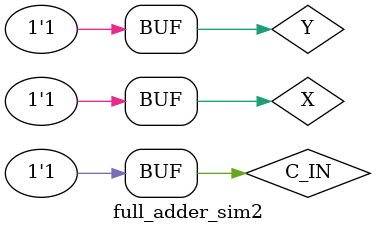
<source format=v>
`timescale 1ns / 1ps


module full_adder_sim2;
    reg X, Y, C_IN;
    wire S, C_OUT;
    full_adder uut(.X(X), .Y(Y), .C_IN(C_IN), .S(S), .C_OUT(C_OUT));
    initial begin
        X=0;Y=0;C_IN=0;
        #100;
        X=0;Y=0;C_IN=1;
        #100;
        X=0;Y=1;C_IN=0;
        #100;
        X=0;Y=1;C_IN=1;
        #100;
        X=1;Y=0;C_IN=0;
        #100;
        X=1;Y=0;C_IN=1;
        #100;
        X=1;Y=1;C_IN=0;
        #100;
        X=1;Y=1;C_IN=1;
        #100;
    end
endmodule

</source>
